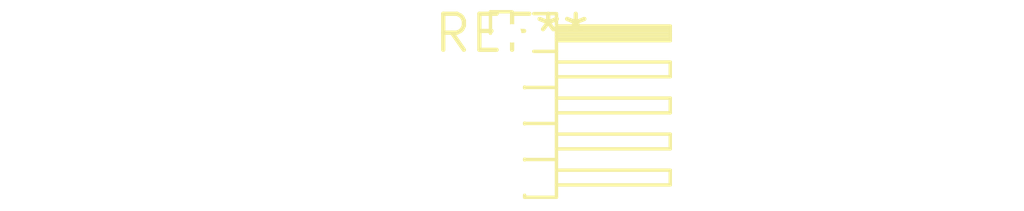
<source format=kicad_pcb>
(kicad_pcb (version 20240108) (generator pcbnew)
  (layers (0 "F.Cu" signal) (31 "B.Cu" signal) (34 "B.Paste" user) (35 "F.Paste" user) (36 "B.SilkS" user "B.Silkscreen") (37 "F.SilkS" user "F.Silkscreen") (38 "B.Mask" user) (39 "F.Mask" user) (44 "Edge.Cuts" user))
  (net 0 "")
  (footprint "PinHeader_1x05_P1.27mm_Horizontal" (layer "F.Cu") (at 0 0)
    (property "Reference" "REF**")
    (property "Value" "PinHeader_1x05_P1.27mm_Horizontal")
    (fp_line (start -0.76 -0.76) (end 0 -0.76) (layer "F.SilkS") (stroke (width 0.12)))
    (fp_line (start -0.76 0) (end -0.76 -0.76) (layer "F.SilkS") (stroke (width 0.12)))
    (fp_line (start 0.44 1.889677) (end 0.44 1.920323) (layer "F.SilkS") (stroke (width 0.12)))
    (fp_line (start 0.44 1.905) (end 1.56 1.905) (layer "F.SilkS") (stroke (width 0.12)))
    (fp_line (start 0.44 3.159677) (end 0.44 3.190323) (layer "F.SilkS") (stroke (width 0.12)))
    (fp_line (start 0.44 3.175) (end 1.56 3.175) (layer "F.SilkS") (stroke (width 0.12)))
    (fp_line (start 0.44 4.429677) (end 0.44 4.460323) (layer "F.SilkS") (stroke (width 0.12)))
    (fp_line (start 0.44 4.445) (end 1.56 4.445) (layer "F.SilkS") (stroke (width 0.12)))
    (fp_line (start 0.44 5.775) (end 0.44 5.699677) (layer "F.SilkS") (stroke (width 0.12)))
    (fp_line (start 0.76 -0.695) (end 1.56 -0.695) (layer "F.SilkS") (stroke (width 0.12)))
    (fp_line (start 0.76 0.635) (end 1.56 0.635) (layer "F.SilkS") (stroke (width 0.12)))
    (fp_line (start 1.56 -0.695) (end 1.56 5.775) (layer "F.SilkS") (stroke (width 0.12)))
    (fp_line (start 1.56 -0.26) (end 5.56 -0.26) (layer "F.SilkS") (stroke (width 0.12)))
    (fp_line (start 1.56 -0.2) (end 5.56 -0.2) (layer "F.SilkS") (stroke (width 0.12)))
    (fp_line (start 1.56 -0.08) (end 5.56 -0.08) (layer "F.SilkS") (stroke (width 0.12)))
    (fp_line (start 1.56 0.04) (end 5.56 0.04) (layer "F.SilkS") (stroke (width 0.12)))
    (fp_line (start 1.56 0.16) (end 5.56 0.16) (layer "F.SilkS") (stroke (width 0.12)))
    (fp_line (start 1.56 1.01) (end 5.56 1.01) (layer "F.SilkS") (stroke (width 0.12)))
    (fp_line (start 1.56 2.28) (end 5.56 2.28) (layer "F.SilkS") (stroke (width 0.12)))
    (fp_line (start 1.56 3.55) (end 5.56 3.55) (layer "F.SilkS") (stroke (width 0.12)))
    (fp_line (start 1.56 4.82) (end 5.56 4.82) (layer "F.SilkS") (stroke (width 0.12)))
    (fp_line (start 1.56 5.775) (end 0.44 5.775) (layer "F.SilkS") (stroke (width 0.12)))
    (fp_line (start 5.56 -0.26) (end 5.56 0.26) (layer "F.SilkS") (stroke (width 0.12)))
    (fp_line (start 5.56 0.26) (end 1.56 0.26) (layer "F.SilkS") (stroke (width 0.12)))
    (fp_line (start 5.56 1.01) (end 5.56 1.53) (layer "F.SilkS") (stroke (width 0.12)))
    (fp_line (start 5.56 1.53) (end 1.56 1.53) (layer "F.SilkS") (stroke (width 0.12)))
    (fp_line (start 5.56 2.28) (end 5.56 2.8) (layer "F.SilkS") (stroke (width 0.12)))
    (fp_line (start 5.56 2.8) (end 1.56 2.8) (layer "F.SilkS") (stroke (width 0.12)))
    (fp_line (start 5.56 3.55) (end 5.56 4.07) (layer "F.SilkS") (stroke (width 0.12)))
    (fp_line (start 5.56 4.07) (end 1.56 4.07) (layer "F.SilkS") (stroke (width 0.12)))
    (fp_line (start 5.56 4.82) (end 5.56 5.34) (layer "F.SilkS") (stroke (width 0.12)))
    (fp_line (start 5.56 5.34) (end 1.56 5.34) (layer "F.SilkS") (stroke (width 0.12)))
    (pad "1" thru_hole rect (at 0 0) (size 1 1) (drill 0.65) (layers *.Cu *.Mask) (remove_unused_layers))
    (pad "2" thru_hole oval (at 0 1.27) (size 1 1) (drill 0.65) (layers *.Cu *.Mask) (remove_unused_layers))
    (pad "3" thru_hole oval (at 0 2.54) (size 1 1) (drill 0.65) (layers *.Cu *.Mask) (remove_unused_layers))
    (pad "4" thru_hole oval (at 0 3.81) (size 1 1) (drill 0.65) (layers *.Cu *.Mask) (remove_unused_layers))
    (pad "5" thru_hole oval (at 0 5.08) (size 1 1) (drill 0.65) (layers *.Cu *.Mask) (remove_unused_layers))
  )
)
</source>
